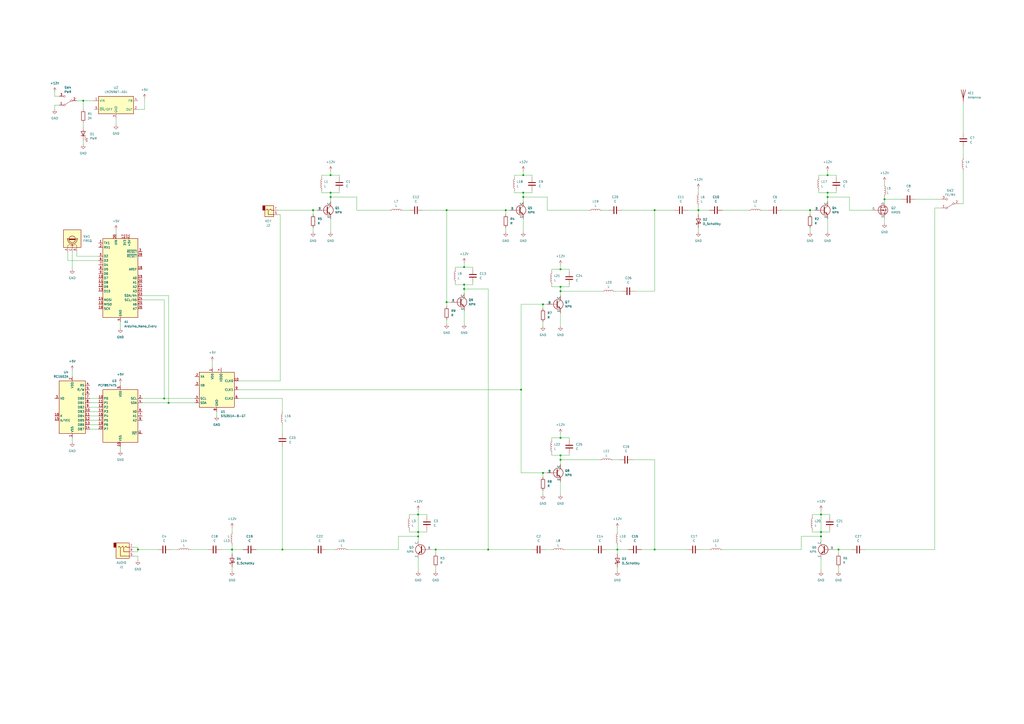
<source format=kicad_sch>
(kicad_sch (version 20230121) (generator eeschema)
  (paper "A2")
  (lib_symbols
    (symbol "Connector_Audio:AudioJack2"
      (property "Reference" "J" (at 0 8.89 0))
      (property "Value" "AudioJack2" (at 0 6.35 0))
      (symbol "AudioJack2_1_1"
        (pin passive line (at 5.08 2.54 180) (length 2.54) (name "~") (number "S"))
        (pin passive line (at 5.08 0 180) (length 2.54) (name "~") (number "T"))
      )
    )
    (symbol "Connector_Audio:AudioJack3"
      (property "Reference" "J" (at 0 8.89 0))
      (property "Value" "AudioJack3" (at 0 6.35 0))
      (symbol "AudioJack3_1_1"
        (pin passive line (at 5.08 0 180) (length 2.54) (name "~") (number "R"))
        (pin passive line (at 5.08 2.54 180) (length 2.54) (name "~") (number "S"))
        (pin passive line (at 5.08 -2.54 180) (length 2.54) (name "~") (number "T"))
      )
    )
    (symbol "Device:Antenna" (pin_numbers hide) (pin_names (offset 1.016) hide)
      (property "Reference" "AE" (at -1.905 1.905 0))
      (property "Value" "Antenna" (at -1.905 0 0))
      (symbol "Antenna_1_1"
        (pin input line (at 0 -5.08 90) (length 2.54) (name "A") (number "1"))
      )
    )
    (symbol "Device:C" (pin_numbers hide) (pin_names (offset 0.254))
      (property "Reference" "C" (at 0.635 2.54 0))
      (property "Value" "C" (at 0.635 -2.54 0))
      (symbol "C_1_1"
        (pin passive line (at 0 3.81 270) (length 2.794) (name "~") (number "1"))
        (pin passive line (at 0 -3.81 90) (length 2.794) (name "~") (number "2"))
      )
    )
    (symbol "Device:D_Schottky" (pin_numbers hide) (pin_names (offset 1.016) hide)
      (property "Reference" "D" (at 0 2.54 0))
      (property "Value" "D_Schottky" (at 0 -2.54 0))
      (symbol "D_Schottky_1_1"
        (pin passive line (at -3.81 0 0) (length 2.54) (name "K") (number "1"))
        (pin passive line (at 3.81 0 180) (length 2.54) (name "A") (number "2"))
      )
    )
    (symbol "Device:L" (pin_numbers hide) (pin_names (offset 1.016) hide)
      (property "Reference" "L" (at -1.27 0 90))
      (property "Value" "L" (at 1.905 0 90))
      (symbol "L_1_1"
        (pin passive line (at 0 3.81 270) (length 1.27) (name "1") (number "1"))
        (pin passive line (at 0 -3.81 90) (length 1.27) (name "2") (number "2"))
      )
    )
    (symbol "Device:LED" (pin_numbers hide) (pin_names (offset 1.016) hide)
      (property "Reference" "D" (at 0 2.54 0))
      (property "Value" "LED" (at 0 -2.54 0))
      (symbol "LED_1_1"
        (pin passive line (at -3.81 0 0) (length 2.54) (name "K") (number "1"))
        (pin passive line (at 3.81 0 180) (length 2.54) (name "A") (number "2"))
      )
    )
    (symbol "Device:R" (pin_numbers hide) (pin_names (offset 0))
      (property "Reference" "R" (at 2.032 0 90))
      (property "Value" "R" (at 0 0 90))
      (symbol "R_1_1"
        (pin passive line (at 0 3.81 270) (length 1.27) (name "~") (number "1"))
        (pin passive line (at 0 -3.81 90) (length 1.27) (name "~") (number "2"))
      )
    )
    (symbol "Device:RotaryEncoder" (pin_names (offset 0.254) hide)
      (property "Reference" "SW" (at 0 6.604 0))
      (property "Value" "RotaryEncoder" (at 0 -6.604 0))
      (symbol "RotaryEncoder_1_1"
        (pin passive line (at -7.62 2.54 0) (length 2.54) (name "A") (number "A"))
        (pin passive line (at -7.62 -2.54 0) (length 2.54) (name "B") (number "B"))
        (pin passive line (at -7.62 0 0) (length 2.54) (name "C") (number "C"))
      )
    )
    (symbol "Display_Character:RC1602A"
      (property "Reference" "U" (at -6.35 16.51 0))
      (property "Value" "RC1602A" (at 2.794 16.51 0))
      (symbol "RC1602A_1_1"
        (pin power_in line (at 0 -17.78 90) (length 2.54) (name "VSS") (number "1"))
        (pin bidirectional line (at -10.16 -2.54 0) (length 2.54) (name "DB3") (number "10"))
        (pin bidirectional line (at -10.16 -5.08 0) (length 2.54) (name "DB4") (number "11"))
        (pin bidirectional line (at -10.16 -7.62 0) (length 2.54) (name "DB5") (number "12"))
        (pin bidirectional line (at -10.16 -10.16 0) (length 2.54) (name "DB6") (number "13"))
        (pin bidirectional line (at -10.16 -12.7 0) (length 2.54) (name "DB7") (number "14"))
        (pin power_in line (at 10.16 -7.62 180) (length 2.54) (name "A/VEE") (number "15"))
        (pin power_in line (at 10.16 -5.08 180) (length 2.54) (name "K") (number "16"))
        (pin power_in line (at 0 17.78 270) (length 2.54) (name "VDD") (number "2"))
        (pin power_in line (at 10.16 5.08 180) (length 2.54) (name "VO") (number "3"))
        (pin input line (at -10.16 12.7 0) (length 2.54) (name "RS") (number "4"))
        (pin input line (at -10.16 10.16 0) (length 2.54) (name "R/W") (number "5"))
        (pin input line (at -10.16 7.62 0) (length 2.54) (name "E") (number "6"))
        (pin bidirectional line (at -10.16 5.08 0) (length 2.54) (name "DB0") (number "7"))
        (pin bidirectional line (at -10.16 2.54 0) (length 2.54) (name "DB1") (number "8"))
        (pin bidirectional line (at -10.16 0 0) (length 2.54) (name "DB2") (number "9"))
      )
    )
    (symbol "Interface_Expansion:PCF8574TS"
      (property "Reference" "U" (at -8.89 16.51 0))
      (property "Value" "PCF8574TS" (at 3.81 16.51 0))
      (symbol "PCF8574TS_1_1"
        (pin open_collector output_low (at -12.7 -10.16 0) (length 2.54) (name "~{INT}") (number "1"))
        (pin bidirectional line (at 12.7 10.16 180) (length 2.54) (name "P0") (number "10"))
        (pin bidirectional line (at 12.7 7.62 180) (length 2.54) (name "P1") (number "11"))
        (pin bidirectional line (at 12.7 5.08 180) (length 2.54) (name "P2") (number "12"))
        (pin no_connect line (at -10.16 -5.08 0) (length 2.54) hide (name "NC") (number "13"))
        (pin bidirectional line (at 12.7 2.54 180) (length 2.54) (name "P3") (number "14"))
        (pin power_in line (at 0 -17.78 90) (length 2.54) (name "VSS") (number "15"))
        (pin bidirectional line (at 12.7 0 180) (length 2.54) (name "P4") (number "16"))
        (pin bidirectional line (at 12.7 -2.54 180) (length 2.54) (name "P5") (number "17"))
        (pin no_connect line (at -10.16 -7.62 0) (length 2.54) hide (name "NC") (number "18"))
        (pin bidirectional line (at 12.7 -5.08 180) (length 2.54) (name "P6") (number "19"))
        (pin input line (at -12.7 10.16 0) (length 2.54) (name "SCL") (number "2"))
        (pin bidirectional line (at 12.7 -7.62 180) (length 2.54) (name "P7") (number "20"))
        (pin no_connect line (at 10.16 -10.16 180) (length 2.54) hide (name "NC") (number "3"))
        (pin bidirectional line (at -12.7 7.62 0) (length 2.54) (name "SDA") (number "4"))
        (pin power_in line (at 0 17.78 270) (length 2.54) (name "VDD") (number "5"))
        (pin input line (at -12.7 2.54 0) (length 2.54) (name "A0") (number "6"))
        (pin input line (at -12.7 0 0) (length 2.54) (name "A1") (number "7"))
        (pin no_connect line (at 10.16 -12.7 180) (length 2.54) hide (name "NC") (number "8"))
        (pin input line (at -12.7 -2.54 0) (length 2.54) (name "A2") (number "9"))
      )
    )
    (symbol "MCU_Module:Arduino_Nano_Every"
      (property "Reference" "A" (at -10.16 23.495 0))
      (property "Value" "Arduino_Nano_Every" (at 5.08 -24.13 0))
      (symbol "Arduino_Nano_Every_1_1"
        (pin bidirectional line (at -12.7 20.32 0) (length 2.54) (name "TX1") (number "1"))
        (pin bidirectional line (at -12.7 0 0) (length 2.54) (name "D7") (number "10"))
        (pin bidirectional line (at -12.7 -2.54 0) (length 2.54) (name "D8") (number "11"))
        (pin bidirectional line (at -12.7 -5.08 0) (length 2.54) (name "D9") (number "12"))
        (pin bidirectional line (at -12.7 -7.62 0) (length 2.54) (name "D10") (number "13"))
        (pin bidirectional line (at -12.7 -12.7 0) (length 2.54) (name "MOSI") (number "14"))
        (pin bidirectional line (at -12.7 -15.24 0) (length 2.54) (name "MISO") (number "15"))
        (pin bidirectional line (at -12.7 -17.78 0) (length 2.54) (name "SCK") (number "16"))
        (pin power_out line (at 2.54 25.4 270) (length 2.54) (name "3V3") (number "17"))
        (pin input line (at 12.7 5.08 180) (length 2.54) (name "AREF") (number "18"))
        (pin bidirectional line (at 12.7 0 180) (length 2.54) (name "A0") (number "19"))
        (pin bidirectional line (at -12.7 17.78 0) (length 2.54) (name "RX1") (number "2"))
        (pin bidirectional line (at 12.7 -2.54 180) (length 2.54) (name "A1") (number "20"))
        (pin bidirectional line (at 12.7 -5.08 180) (length 2.54) (name "A2") (number "21"))
        (pin bidirectional line (at 12.7 -7.62 180) (length 2.54) (name "A3") (number "22"))
        (pin bidirectional line (at 12.7 -10.16 180) (length 2.54) (name "SDA/A4") (number "23"))
        (pin bidirectional line (at 12.7 -12.7 180) (length 2.54) (name "SCL/A5") (number "24"))
        (pin bidirectional line (at 12.7 -15.24 180) (length 2.54) (name "A6") (number "25"))
        (pin bidirectional line (at 12.7 -17.78 180) (length 2.54) (name "A7") (number "26"))
        (pin power_out line (at 5.08 25.4 270) (length 2.54) (name "+5V") (number "27"))
        (pin input line (at 12.7 12.7 180) (length 2.54) (name "~{RESET}") (number "28"))
        (pin passive line (at 0 -25.4 90) (length 2.54) hide (name "GND") (number "29"))
        (pin input line (at 12.7 15.24 180) (length 2.54) (name "~{RESET}") (number "3"))
        (pin power_in line (at -2.54 25.4 270) (length 2.54) (name "VIN") (number "30"))
        (pin power_in line (at 0 -25.4 90) (length 2.54) (name "GND") (number "4"))
        (pin bidirectional line (at -12.7 12.7 0) (length 2.54) (name "D2") (number "5"))
        (pin bidirectional line (at -12.7 10.16 0) (length 2.54) (name "D3") (number "6"))
        (pin bidirectional line (at -12.7 7.62 0) (length 2.54) (name "D4") (number "7"))
        (pin bidirectional line (at -12.7 5.08 0) (length 2.54) (name "D5") (number "8"))
        (pin bidirectional line (at -12.7 2.54 0) (length 2.54) (name "D6") (number "9"))
      )
    )
    (symbol "Oscillator:Si5351A-B-GT"
      (property "Reference" "U" (at -8.89 11.43 0))
      (property "Value" "Si5351A-B-GT" (at -12.7 -12.7 0))
      (symbol "Si5351A-B-GT_1_1"
        (pin power_in line (at -2.54 12.7 270) (length 2.54) (name "VDD") (number "1"))
        (pin output line (at 12.7 5.08 180) (length 2.54) (name "CLK0") (number "10"))
        (pin input line (at -12.7 7.62 0) (length 2.54) (name "XA") (number "2"))
        (pin input line (at -12.7 2.54 0) (length 2.54) (name "XB") (number "3"))
        (pin input line (at -12.7 -5.08 0) (length 2.54) (name "SCL") (number "4"))
        (pin bidirectional line (at -12.7 -7.62 0) (length 2.54) (name "SDA") (number "5"))
        (pin output line (at 12.7 -5.08 180) (length 2.54) (name "CLK2") (number "6"))
        (pin power_in line (at 2.54 12.7 270) (length 2.54) (name "VDDO") (number "7"))
        (pin power_in line (at 0 -12.7 90) (length 2.54) (name "GND") (number "8"))
        (pin output line (at 12.7 0 180) (length 2.54) (name "CLK1") (number "9"))
      )
    )
    (symbol "Regulator_Switching:LM2596T-ADJ"
      (property "Reference" "U" (at -10.16 6.35 0))
      (property "Value" "LM2596T-ADJ" (at 0 6.35 0))
      (symbol "LM2596T-ADJ_1_1"
        (pin power_in line (at -12.7 2.54 0) (length 2.54) (name "VIN") (number "1"))
        (pin output line (at 12.7 -2.54 180) (length 2.54) (name "OUT") (number "2"))
        (pin power_in line (at 0 -7.62 90) (length 2.54) (name "GND") (number "3"))
        (pin input line (at 12.7 2.54 180) (length 2.54) (name "FB") (number "4"))
        (pin input line (at -12.7 -2.54 0) (length 2.54) (name "~{ON}/OFF") (number "5"))
      )
    )
    (symbol "Simulation_SPICE:NMOS" (pin_numbers hide) (pin_names (offset 0))
      (property "Reference" "Q" (at 5.08 1.27 0))
      (property "Value" "NMOS" (at 5.08 -1.27 0))
      (symbol "NMOS_1_1"
        (pin passive line (at 2.54 5.08 270) (length 2.54) (name "D") (number "1"))
        (pin input line (at -5.08 0 0) (length 2.54) (name "G") (number "2"))
        (pin passive line (at 2.54 -5.08 90) (length 2.54) (name "S") (number "3"))
      )
    )
    (symbol "Simulation_SPICE:NPN" (pin_numbers hide) (pin_names (offset 0))
      (property "Reference" "Q" (at -2.54 7.62 0))
      (property "Value" "NPN" (at -2.54 5.08 0))
      (symbol "NPN_1_1"
        (pin open_collector line (at 2.54 5.08 270) (length 2.54) (name "C") (number "1"))
        (pin input line (at -5.08 0 0) (length 2.54) (name "B") (number "2"))
        (pin open_emitter line (at 2.54 -5.08 90) (length 2.54) (name "E") (number "3"))
      )
    )
    (symbol "Switch:SW_SPDT" (pin_names (offset 0) hide)
      (property "Reference" "SW" (at 0 4.318 0))
      (property "Value" "SW_SPDT" (at 0 -5.08 0))
      (symbol "SW_SPDT_1_1"
        (pin passive line (at 5.08 2.54 180) (length 2.54) (name "A") (number "1"))
        (pin passive line (at -5.08 0 0) (length 2.54) (name "B") (number "2"))
        (pin passive line (at 5.08 -2.54 180) (length 2.54) (name "C") (number "3"))
      )
    )
    (symbol "power:+12V" (power) (pin_names (offset 0))
      (property "Value" "+12V" (at 0 3.556 0))
      (symbol "+12V_1_1"
        (pin power_in line (at 0 0 90) (length 0) hide (name "+12V") (number "1"))
      )
    )
    (symbol "power:+5V" (power) (pin_names (offset 0))
      (property "Value" "+5V" (at 0 3.556 0))
      (symbol "+5V_1_1"
        (pin power_in line (at 0 0 90) (length 0) hide (name "+5V") (number "1"))
      )
    )
    (symbol "power:GND" (power) (pin_names (offset 0))
      (property "Value" "GND" (at 0 -3.81 0))
      (symbol "GND_1_1"
        (pin power_in line (at 0 0 270) (length 0) hide (name "GND") (number "1"))
      )
    )
  )
  (junction (at 283.21 318.77))
  (junction (at 480.06 101.6))
  (junction (at 191.77 114.3))
  (junction (at 325.12 168.91))
  (junction (at 405.13 121.92))
  (junction (at 325.12 166.37))
  (junction (at 358.14 318.77))
  (junction (at 303.53 111.76))
  (junction (at 379.73 318.77))
  (junction (at 134.62 318.77))
  (junction (at 269.24 154.94))
  (junction (at 252.73 318.77))
  (junction (at 513.08 115.57))
  (junction (at 181.61 121.92))
  (junction (at 163.83 318.77))
  (junction (at 314.96 274.32))
  (junction (at 379.73 121.92))
  (junction (at 191.77 101.6))
  (junction (at 480.06 111.76))
  (junction (at 242.57 298.45))
  (junction (at 325.12 264.16))
  (junction (at 480.06 114.3))
  (junction (at 293.37 121.92))
  (junction (at 242.57 308.61))
  (junction (at 269.24 167.64))
  (junction (at 476.25 311.15))
  (junction (at 80.01 318.77))
  (junction (at 486.41 318.77))
  (junction (at 242.57 311.15))
  (junction (at 259.08 175.26))
  (junction (at 95.25 231.14))
  (junction (at 302.26 226.06))
  (junction (at 259.08 121.92))
  (junction (at 269.24 165.1))
  (junction (at 325.12 254))
  (junction (at 303.53 114.3))
  (junction (at 325.12 156.21))
  (junction (at 314.96 176.53))
  (junction (at 325.12 266.7))
  (junction (at 476.25 308.61))
  (junction (at 97.79 233.68))
  (junction (at 469.9 121.92))
  (junction (at 191.77 111.76))
  (junction (at 303.53 101.6))
  (junction (at 476.25 298.45))
  (junction (at 48.26 58.42))
  (wire (pts (xy 316.23 318.77) (xy 320.04 318.77)))
  (wire (pts (xy 161.29 121.92) (xy 181.61 121.92)))
  (wire (pts (xy 41.91 156.21) (xy 41.91 146.05)))
  (wire (pts (xy 308.61 101.6) (xy 303.53 101.6)))
  (wire (pts (xy 163.83 259.08) (xy 163.83 318.77)))
  (wire (pts (xy 356.87 168.91) (xy 360.68 168.91)))
  (wire (pts (xy 186.69 110.49) (xy 186.69 111.76)))
  (wire (pts (xy 494.03 318.77) (xy 486.41 318.77)))
  (wire (pts (xy 483.87 318.77) (xy 486.41 318.77)))
  (wire (pts (xy 358.14 321.31) (xy 358.14 318.77)))
  (wire (pts (xy 314.96 176.53) (xy 317.5 176.53)))
  (wire (pts (xy 405.13 124.46) (xy 405.13 121.92)))
  (wire (pts (xy 162.56 124.46) (xy 161.29 124.46)))
  (wire (pts (xy 186.69 101.6) (xy 186.69 102.87)))
  (wire (pts (xy 405.13 109.22) (xy 405.13 111.76)))
  (wire (pts (xy 80.01 317.5) (xy 80.01 318.77)))
  (wire (pts (xy 298.45 111.76) (xy 303.53 111.76)))
  (wire (pts (xy 314.96 276.86) (xy 314.96 274.32)))
  (wire (pts (xy 485.14 101.6) (xy 480.06 101.6)))
  (wire (pts (xy 231.14 318.77) (xy 201.93 318.77)))
  (wire (pts (xy 69.85 190.5) (xy 69.85 186.69)))
  (wire (pts (xy 542.29 120.65) (xy 546.1 120.65)))
  (wire (pts (xy 320.04 254) (xy 320.04 255.27)))
  (wire (pts (xy 44.45 58.42) (xy 48.26 58.42)))
  (wire (pts (xy 41.91 256.54) (xy 41.91 254)))
  (wire (pts (xy 259.08 187.96) (xy 259.08 185.42)))
  (wire (pts (xy 252.73 321.31) (xy 252.73 318.77)))
  (wire (pts (xy 242.57 308.61) (xy 242.57 298.45)))
  (wire (pts (xy 189.23 318.77) (xy 194.31 318.77)))
  (wire (pts (xy 259.08 175.26) (xy 261.62 175.26)))
  (wire (pts (xy 492.76 114.3) (xy 480.06 114.3)))
  (wire (pts (xy 419.1 121.92) (xy 434.34 121.92)))
  (wire (pts (xy 476.25 308.61) (xy 476.25 298.45)))
  (wire (pts (xy 476.25 311.15) (xy 476.25 313.69)))
  (wire (pts (xy 481.33 307.34) (xy 481.33 308.61)))
  (wire (pts (xy 471.17 298.45) (xy 476.25 298.45)))
  (wire (pts (xy 303.53 114.3) (xy 317.5 114.3)))
  (wire (pts (xy 242.57 311.15) (xy 242.57 313.69)))
  (wire (pts (xy 283.21 167.64) (xy 283.21 318.77)))
  (wire (pts (xy 325.12 254) (xy 325.12 251.46)))
  (wire (pts (xy 358.14 306.07) (xy 358.14 308.61)))
  (wire (pts (xy 162.56 220.98) (xy 138.43 220.98)))
  (wire (pts (xy 302.26 176.53) (xy 302.26 226.06)))
  (wire (pts (xy 469.9 121.92) (xy 472.44 121.92)))
  (wire (pts (xy 138.43 226.06) (xy 302.26 226.06)))
  (wire (pts (xy 471.17 298.45) (xy 471.17 299.72)))
  (wire (pts (xy 31.75 53.34) (xy 31.75 55.88)))
  (wire (pts (xy 358.14 318.77) (xy 358.14 316.23)))
  (wire (pts (xy 259.08 121.92) (xy 293.37 121.92)))
  (wire (pts (xy 247.65 298.45) (xy 242.57 298.45)))
  (wire (pts (xy 274.32 154.94) (xy 269.24 154.94)))
  (wire (pts (xy 303.53 114.3) (xy 303.53 116.84)))
  (wire (pts (xy 134.62 318.77) (xy 134.62 316.23)))
  (wire (pts (xy 513.08 115.57) (xy 513.08 116.84)))
  (wire (pts (xy 464.82 311.15) (xy 464.82 318.77)))
  (wire (pts (xy 360.68 121.92) (xy 379.73 121.92)))
  (wire (pts (xy 242.57 311.15) (xy 242.57 308.61)))
  (wire (pts (xy 80.01 318.77) (xy 91.44 318.77)))
  (wire (pts (xy 67.31 72.39) (xy 67.31 68.58)))
  (wire (pts (xy 52.07 246.38) (xy 57.15 246.38)))
  (wire (pts (xy 325.12 156.21) (xy 325.12 153.67)))
  (wire (pts (xy 247.65 299.72) (xy 247.65 298.45)))
  (wire (pts (xy 125.73 241.3) (xy 125.73 238.76)))
  (wire (pts (xy 52.07 238.76) (xy 57.15 238.76)))
  (wire (pts (xy 558.8 59.69) (xy 558.8 77.47)))
  (wire (pts (xy 505.46 121.92) (xy 492.76 121.92)))
  (wire (pts (xy 325.12 264.16) (xy 330.2 264.16)))
  (wire (pts (xy 314.96 179.07) (xy 314.96 176.53)))
  (wire (pts (xy 302.26 274.32) (xy 302.26 226.06)))
  (wire (pts (xy 406.4 318.77) (xy 411.48 318.77)))
  (wire (pts (xy 52.07 231.14) (xy 57.15 231.14)))
  (wire (pts (xy 325.12 166.37) (xy 330.2 166.37)))
  (wire (pts (xy 325.12 168.91) (xy 325.12 171.45)))
  (wire (pts (xy 349.25 121.92) (xy 353.06 121.92)))
  (wire (pts (xy 80.01 317.5) (xy 77.47 317.5)))
  (wire (pts (xy 245.11 121.92) (xy 259.08 121.92)))
  (wire (pts (xy 134.62 331.47) (xy 134.62 328.93)))
  (wire (pts (xy 513.08 129.54) (xy 513.08 127)))
  (wire (pts (xy 233.68 121.92) (xy 237.49 121.92)))
  (wire (pts (xy 558.8 85.09) (xy 558.8 91.44)))
  (wire (pts (xy 513.08 115.57) (xy 523.24 115.57)))
  (wire (pts (xy 364.49 318.77) (xy 358.14 318.77)))
  (wire (pts (xy 82.55 171.45) (xy 97.79 171.45)))
  (wire (pts (xy 44.45 148.59) (xy 44.45 146.05)))
  (wire (pts (xy 242.57 331.47) (xy 242.57 323.85)))
  (wire (pts (xy 264.16 154.94) (xy 264.16 156.21)))
  (wire (pts (xy 469.9 134.62) (xy 469.9 132.08)))
  (wire (pts (xy 330.2 157.48) (xy 330.2 156.21)))
  (wire (pts (xy 542.29 318.77) (xy 501.65 318.77)))
  (wire (pts (xy 480.06 134.62) (xy 480.06 127)))
  (wire (pts (xy 453.39 121.92) (xy 469.9 121.92)))
  (wire (pts (xy 259.08 121.92) (xy 259.08 175.26)))
  (wire (pts (xy 186.69 101.6) (xy 191.77 101.6)))
  (wire (pts (xy 405.13 134.62) (xy 405.13 132.08)))
  (wire (pts (xy 283.21 318.77) (xy 308.61 318.77)))
  (wire (pts (xy 485.14 102.87) (xy 485.14 101.6)))
  (wire (pts (xy 48.26 81.28) (xy 48.26 83.82)))
  (wire (pts (xy 492.76 121.92) (xy 492.76 114.3)))
  (wire (pts (xy 80.01 322.58) (xy 80.01 325.12)))
  (wire (pts (xy 481.33 299.72) (xy 481.33 298.45)))
  (wire (pts (xy 330.2 262.89) (xy 330.2 264.16)))
  (wire (pts (xy 320.04 264.16) (xy 325.12 264.16)))
  (wire (pts (xy 405.13 121.92) (xy 405.13 119.38)))
  (wire (pts (xy 330.2 255.27) (xy 330.2 254)))
  (wire (pts (xy 486.41 331.47) (xy 486.41 328.93)))
  (wire (pts (xy 320.04 166.37) (xy 325.12 166.37)))
  (wire (pts (xy 476.25 298.45) (xy 476.25 295.91)))
  (wire (pts (xy 298.45 101.6) (xy 303.53 101.6)))
  (wire (pts (xy 303.53 111.76) (xy 303.53 114.3)))
  (wire (pts (xy 325.12 189.23) (xy 325.12 181.61)))
  (wire (pts (xy 556.26 118.11) (xy 558.8 118.11)))
  (wire (pts (xy 302.26 274.32) (xy 314.96 274.32)))
  (wire (pts (xy 269.24 165.1) (xy 274.32 165.1)))
  (wire (pts (xy 264.16 154.94) (xy 269.24 154.94)))
  (wire (pts (xy 269.24 154.94) (xy 269.24 152.4)))
  (wire (pts (xy 480.06 111.76) (xy 485.14 111.76)))
  (wire (pts (xy 69.85 261.62) (xy 69.85 259.08)))
  (wire (pts (xy 320.04 156.21) (xy 325.12 156.21)))
  (wire (pts (xy 471.17 308.61) (xy 476.25 308.61)))
  (wire (pts (xy 48.26 63.5) (xy 48.26 58.42)))
  (wire (pts (xy 542.29 120.65) (xy 542.29 318.77)))
  (wire (pts (xy 196.85 101.6) (xy 191.77 101.6)))
  (wire (pts (xy 52.07 241.3) (xy 57.15 241.3)))
  (wire (pts (xy 441.96 121.92) (xy 445.77 121.92)))
  (wire (pts (xy 480.06 101.6) (xy 480.06 99.06)))
  (wire (pts (xy 237.49 307.34) (xy 237.49 308.61)))
  (wire (pts (xy 264.16 163.83) (xy 264.16 165.1)))
  (wire (pts (xy 252.73 331.47) (xy 252.73 328.93)))
  (wire (pts (xy 372.11 318.77) (xy 379.73 318.77)))
  (wire (pts (xy 513.08 114.3) (xy 513.08 115.57)))
  (wire (pts (xy 138.43 231.14) (xy 163.83 231.14)))
  (wire (pts (xy 48.26 58.42) (xy 54.61 58.42)))
  (wire (pts (xy 308.61 110.49) (xy 308.61 111.76)))
  (wire (pts (xy 113.03 231.14) (xy 95.25 231.14)))
  (wire (pts (xy 474.98 101.6) (xy 480.06 101.6)))
  (wire (pts (xy 39.37 151.13) (xy 57.15 151.13)))
  (wire (pts (xy 163.83 318.77) (xy 181.61 318.77)))
  (wire (pts (xy 320.04 254) (xy 325.12 254)))
  (wire (pts (xy 314.96 189.23) (xy 314.96 186.69)))
  (wire (pts (xy 186.69 111.76) (xy 191.77 111.76)))
  (wire (pts (xy 317.5 114.3) (xy 317.5 121.92)))
  (wire (pts (xy 325.12 287.02) (xy 325.12 279.4)))
  (wire (pts (xy 298.45 110.49) (xy 298.45 111.76)))
  (wire (pts (xy 97.79 171.45) (xy 97.79 233.68)))
  (wire (pts (xy 314.96 287.02) (xy 314.96 284.48)))
  (wire (pts (xy 231.14 311.15) (xy 242.57 311.15)))
  (wire (pts (xy 97.79 233.68) (xy 113.03 233.68)))
  (wire (pts (xy 52.07 233.68) (xy 57.15 233.68)))
  (wire (pts (xy 269.24 165.1) (xy 269.24 167.64)))
  (wire (pts (xy 191.77 114.3) (xy 191.77 116.84)))
  (wire (pts (xy 469.9 124.46) (xy 469.9 121.92)))
  (wire (pts (xy 31.75 60.96) (xy 34.29 60.96)))
  (wire (pts (xy 325.12 264.16) (xy 325.12 266.7)))
  (wire (pts (xy 274.32 163.83) (xy 274.32 165.1)))
  (wire (pts (xy 293.37 121.92) (xy 295.91 121.92)))
  (wire (pts (xy 191.77 101.6) (xy 191.77 99.06)))
  (wire (pts (xy 39.37 151.13) (xy 39.37 146.05)))
  (wire (pts (xy 379.73 121.92) (xy 379.73 168.91)))
  (wire (pts (xy 163.83 231.14) (xy 163.83 238.76)))
  (wire (pts (xy 325.12 166.37) (xy 325.12 168.91)))
  (wire (pts (xy 52.07 243.84) (xy 57.15 243.84)))
  (wire (pts (xy 162.56 124.46) (xy 162.56 220.98)))
  (wire (pts (xy 471.17 307.34) (xy 471.17 308.61)))
  (wire (pts (xy 330.2 165.1) (xy 330.2 166.37)))
  (wire (pts (xy 320.04 156.21) (xy 320.04 157.48)))
  (wire (pts (xy 52.07 236.22) (xy 57.15 236.22)))
  (wire (pts (xy 480.06 114.3) (xy 480.06 116.84)))
  (wire (pts (xy 269.24 167.64) (xy 269.24 170.18)))
  (wire (pts (xy 231.14 311.15) (xy 231.14 318.77)))
  (wire (pts (xy 237.49 298.45) (xy 237.49 299.72)))
  (wire (pts (xy 196.85 110.49) (xy 196.85 111.76)))
  (wire (pts (xy 325.12 266.7) (xy 347.98 266.7)))
  (wire (pts (xy 97.79 233.68) (xy 82.55 233.68)))
  (wire (pts (xy 513.08 105.41) (xy 513.08 106.68)))
  (wire (pts (xy 269.24 187.96) (xy 269.24 180.34)))
  (wire (pts (xy 80.01 63.5) (xy 83.82 63.5)))
  (wire (pts (xy 419.1 318.77) (xy 464.82 318.77)))
  (wire (pts (xy 207.01 121.92) (xy 226.06 121.92)))
  (wire (pts (xy 67.31 133.35) (xy 67.31 135.89)))
  (wire (pts (xy 368.3 168.91) (xy 379.73 168.91)))
  (wire (pts (xy 237.49 298.45) (xy 242.57 298.45)))
  (wire (pts (xy 191.77 111.76) (xy 191.77 114.3)))
  (wire (pts (xy 181.61 134.62) (xy 181.61 132.08)))
  (wire (pts (xy 480.06 111.76) (xy 480.06 114.3)))
  (wire (pts (xy 481.33 298.45) (xy 476.25 298.45)))
  (wire (pts (xy 181.61 124.46) (xy 181.61 121.92)))
  (wire (pts (xy 48.26 73.66) (xy 48.26 71.12)))
  (wire (pts (xy 259.08 177.8) (xy 259.08 175.26)))
  (wire (pts (xy 293.37 134.62) (xy 293.37 132.08)))
  (wire (pts (xy 379.73 121.92) (xy 391.16 121.92)))
  (wire (pts (xy 411.48 121.92) (xy 405.13 121.92)))
  (wire (pts (xy 41.91 214.63) (xy 41.91 218.44)))
  (wire (pts (xy 95.25 173.99) (xy 82.55 173.99)))
  (wire (pts (xy 486.41 321.31) (xy 486.41 318.77)))
  (wire (pts (xy 134.62 321.31) (xy 134.62 318.77)))
  (wire (pts (xy 69.85 222.25) (xy 69.85 223.52)))
  (wire (pts (xy 476.25 331.47) (xy 476.25 323.85)))
  (wire (pts (xy 264.16 165.1) (xy 269.24 165.1)))
  (wire (pts (xy 476.25 311.15) (xy 476.25 308.61)))
  (wire (pts (xy 82.55 231.14) (xy 95.25 231.14)))
  (wire (pts (xy 314.96 176.53) (xy 302.26 176.53)))
  (wire (pts (xy 330.2 254) (xy 325.12 254)))
  (wire (pts (xy 398.78 121.92) (xy 405.13 121.92)))
  (wire (pts (xy 320.04 165.1) (xy 320.04 166.37)))
  (wire (pts (xy 207.01 114.3) (xy 207.01 121.92)))
  (wire (pts (xy 317.5 121.92) (xy 341.63 121.92)))
  (wire (pts (xy 52.07 248.92) (xy 57.15 248.92)))
  (wire (pts (xy 327.66 318.77) (xy 344.17 318.77)))
  (wire (pts (xy 464.82 311.15) (xy 476.25 311.15)))
  (wire (pts (xy 31.75 63.5) (xy 31.75 60.96)))
  (wire (pts (xy 242.57 298.45) (xy 242.57 295.91)))
  (wire (pts (xy 250.19 318.77) (xy 252.73 318.77)))
  (wire (pts (xy 99.06 318.77) (xy 102.87 318.77)))
  (wire (pts (xy 351.79 318.77) (xy 358.14 318.77)))
  (wire (pts (xy 325.12 266.7) (xy 325.12 269.24)))
  (wire (pts (xy 379.73 266.7) (xy 379.73 318.77)))
  (wire (pts (xy 237.49 308.61) (xy 242.57 308.61)))
  (wire (pts (xy 77.47 320.04) (xy 80.01 320.04)))
  (wire (pts (xy 191.77 114.3) (xy 207.01 114.3)))
  (wire (pts (xy 95.25 173.99) (xy 95.25 231.14)))
  (wire (pts (xy 325.12 168.91) (xy 349.25 168.91)))
  (wire (pts (xy 485.14 110.49) (xy 485.14 111.76)))
  (wire (pts (xy 44.45 148.59) (xy 57.15 148.59)))
  (wire (pts (xy 379.73 318.77) (xy 398.78 318.77)))
  (wire (pts (xy 110.49 318.77) (xy 120.65 318.77)))
  (wire (pts (xy 80.01 322.58) (xy 77.47 322.58)))
  (wire (pts (xy 303.53 134.62) (xy 303.53 127)))
  (wire (pts (xy 303.53 111.76) (xy 308.61 111.76)))
  (wire (pts (xy 191.77 134.62) (xy 191.77 127)))
  (wire (pts (xy 330.2 156.21) (xy 325.12 156.21)))
  (wire (pts (xy 303.53 101.6) (xy 303.53 99.06)))
  (wire (pts (xy 148.59 318.77) (xy 163.83 318.77)))
  (wire (pts (xy 163.83 246.38) (xy 163.83 251.46)))
  (wire (pts (xy 355.6 266.7) (xy 359.41 266.7)))
  (wire (pts (xy 242.57 308.61) (xy 247.65 308.61)))
  (wire (pts (xy 247.65 307.34) (xy 247.65 308.61)))
  (wire (pts (xy 252.73 318.77) (xy 283.21 318.77)))
  (wire (pts (xy 140.97 318.77) (xy 134.62 318.77)))
  (wire (pts (xy 474.98 101.6) (xy 474.98 102.87)))
  (wire (pts (xy 308.61 102.87) (xy 308.61 101.6)))
  (wire (pts (xy 474.98 110.49) (xy 474.98 111.76)))
  (wire (pts (xy 196.85 102.87) (xy 196.85 101.6)))
  (wire (pts (xy 191.77 111.76) (xy 196.85 111.76)))
  (wire (pts (xy 128.27 318.77) (xy 134.62 318.77)))
  (wire (pts (xy 181.61 121.92) (xy 184.15 121.92)))
  (wire (pts (xy 83.82 63.5) (xy 83.82 57.15)))
  (wire (pts (xy 314.96 274.32) (xy 317.5 274.32)))
  (wire (pts (xy 269.24 167.64) (xy 283.21 167.64)))
  (wire (pts (xy 293.37 124.46) (xy 293.37 121.92)))
  (wire (pts (xy 367.03 266.7) (xy 379.73 266.7)))
  (wire (pts (xy 298.45 101.6) (xy 298.45 102.87)))
  (wire (pts (xy 530.86 115.57) (xy 546.1 115.57)))
  (wire (pts (xy 320.04 262.89) (xy 320.04 264.16)))
  (wire (pts (xy 123.19 209.55) (xy 123.19 213.36)))
  (wire (pts (xy 476.25 308.61) (xy 481.33 308.61)))
  (wire (pts (xy 558.8 118.11) (xy 558.8 99.06)))
  (wire (pts (xy 31.75 55.88) (xy 34.29 55.88)))
  (wire (pts (xy 80.01 320.04) (xy 80.01 318.77)))
  (wire (pts (xy 358.14 331.47) (xy 358.14 328.93)))
  (wire (pts (xy 474.98 111.76) (xy 480.06 111.76)))
  (wire (pts (xy 134.62 306.07) (xy 134.62 308.61)))
  (wire (pts (xy 274.32 156.21) (xy 274.32 154.94)))
  (symbol (lib_id "Device:L") (at 405.13 115.57 180) (unit 1)
    (property "Reference" "L6" (at 406.4 114.3 0) (effects (justify right)))
    (property "Value" "L" (at 406.4 116.84 0) (effects (justify right)))
  )
  (symbol (lib_id "Device:L") (at 229.87 121.92 90) (unit 1)
    (property "Reference" "L7" (at 229.87 116.84 90))
    (property "Value" "L" (at 229.87 119.38 90))
  )
  (symbol (lib_id "Device:C") (at 356.87 121.92 90) (unit 1)
    (property "Reference" "C20" (at 356.87 114.3 90))
    (property "Value" "C" (at 356.87 116.84 90))
  )
  (symbol (lib_id "power:GND") (at 41.91 156.21 0) (unit 1)
    (property "Reference" "#PWR012" (effects hide))
    (property "Value" "GND" (at 41.91 161.29 0))
  )
  (symbol (lib_id "Device:C") (at 497.84 318.77 90) (unit 1)
    (property "Reference" "C27" (at 497.84 311.15 90))
    (property "Value" "C" (at 497.84 313.69 90))
  )
  (symbol (lib_id "Simulation_SPICE:NPN") (at 189.23 121.92 0) (unit 1)
    (property "Reference" "Q1" (at 194.31 120.65 0) (effects (justify left)))
    (property "Value" "NPN" (at 194.31 123.19 0) (effects (justify left)))
    (property "Sim.Device" "NPN" (effects hide))
    (property "Sim.Type" "GUMMELPOON" (effects hide))
    (property "Sim.Pins" "1=C 2=B 3=E" (effects hide))
  )
  (symbol (lib_id "Device:R") (at 293.37 128.27 0) (unit 1)
    (property "Reference" "R4" (at 295.91 127 0) (effects (justify left)))
    (property "Value" "R" (at 295.91 129.54 0) (effects (justify left)))
  )
  (symbol (lib_id "Device:C") (at 363.22 266.7 270) (unit 1)
    (property "Reference" "C16" (at 363.22 259.08 90))
    (property "Value" "C" (at 363.22 261.62 90))
  )
  (symbol (lib_id "Device:R") (at 252.73 325.12 0) (unit 1)
    (property "Reference" "R3" (at 255.27 323.85 0) (effects (justify left)))
    (property "Value" "R" (at 255.27 326.39 0) (effects (justify left)))
  )
  (symbol (lib_id "power:GND") (at 486.41 331.47 0) (unit 1)
    (property "Reference" "#PWR038" (effects hide))
    (property "Value" "GND" (at 486.41 336.55 0))
  )
  (symbol (lib_id "power:GND") (at 259.08 187.96 0) (unit 1)
    (property "Reference" "#PWR045" (effects hide))
    (property "Value" "GND" (at 259.08 193.04 0))
  )
  (symbol (lib_id "power:+5V") (at 67.31 133.35 0) (unit 1)
    (property "Reference" "#PWR07" (effects hide))
    (property "Value" "+5V" (at 67.31 128.27 0))
  )
  (symbol (lib_id "power:GND") (at 134.62 331.47 0) (unit 1)
    (property "Reference" "#PWR035" (effects hide))
    (property "Value" "GND" (at 134.62 336.55 0))
  )
  (symbol (lib_id "Device:C") (at 247.65 303.53 0) (unit 1)
    (property "Reference" "C3" (at 251.46 302.26 0) (effects (justify left)))
    (property "Value" "C" (at 251.46 304.8 0) (effects (justify left)))
  )
  (symbol (lib_id "Device:L") (at 323.85 318.77 90) (unit 1)
    (property "Reference" "L8" (at 323.85 313.69 90))
    (property "Value" "L" (at 323.85 316.23 90))
  )
  (symbol (lib_id "power:+12V") (at 405.13 109.22 0) (unit 1)
    (property "Reference" "#PWR030" (effects hide))
    (property "Value" "+12V" (at 405.13 104.14 0))
  )
  (symbol (lib_id "Device:L") (at 186.69 106.68 180) (unit 1)
    (property "Reference" "L1" (at 187.96 105.41 0) (effects (justify right)))
    (property "Value" "L" (at 187.96 107.95 0) (effects (justify right)))
  )
  (symbol (lib_id "Device:RotaryEncoder") (at 41.91 138.43 90) (unit 1)
    (property "Reference" "SW1" (at 48.26 137.16 90) (effects (justify right)))
    (property "Value" "FREQ" (at 48.26 139.7 90) (effects (justify right)))
  )
  (symbol (lib_id "Simulation_SPICE:NPN") (at 245.11 318.77 0) (mirror y) (unit 1)
    (property "Reference" "Q3" (at 240.03 317.5 0) (effects (justify left)))
    (property "Value" "NPN" (at 240.03 320.04 0) (effects (justify left)))
    (property "Sim.Device" "NPN" (effects hide))
    (property "Sim.Type" "GUMMELPOON" (effects hide))
    (property "Sim.Pins" "1=C 2=B 3=E" (effects hide))
  )
  (symbol (lib_id "Device:L") (at 264.16 160.02 180) (unit 1)
    (property "Reference" "L9" (at 265.43 158.75 0) (effects (justify right)))
    (property "Value" "L" (at 265.43 161.29 0) (effects (justify right)))
  )
  (symbol (lib_id "Regulator_Switching:LM2596T-ADJ") (at 67.31 60.96 0) (unit 1)
    (property "Reference" "U2" (at 67.31 50.8 0))
    (property "Value" "LM2596T-ADJ" (at 67.31 53.34 0))
    (property "Footprint" "Package_TO_SOT_THT:TO-220-5_P3.4x3.7mm_StaggerOdd_Lead3.8mm_Vertical" (effects hide))
    (property "Datasheet" "http://www.ti.com/lit/ds/symlink/lm2596.pdf" (effects hide))
  )
  (symbol (lib_id "Device:C") (at 241.3 121.92 90) (unit 1)
    (property "Reference" "C12" (at 241.3 114.3 90))
    (property "Value" "C" (at 241.3 116.84 90))
  )
  (symbol (lib_id "power:GND") (at 191.77 134.62 0) (unit 1)
    (property "Reference" "#PWR016" (effects hide))
    (property "Value" "GND" (at 191.77 139.7 0))
  )
  (symbol (lib_id "Device:C") (at 144.78 318.77 90) (unit 1)
    (property "Reference" "C19" (at 144.78 311.15 90))
    (property "Value" "C" (at 144.78 313.69 90))
  )
  (symbol (lib_id "Device:C") (at 163.83 255.27 180) (unit 1)
    (property "Reference" "C23" (at 167.64 254 0) (effects (justify right)))
    (property "Value" "C" (at 167.64 256.54 0) (effects (justify right)))
  )
  (symbol (lib_id "power:GND") (at 252.73 331.47 0) (unit 1)
    (property "Reference" "#PWR022" (effects hide))
    (property "Value" "GND" (at 252.73 336.55 0))
  )
  (symbol (lib_id "power:+5V") (at 123.19 209.55 0) (unit 1)
    (property "Reference" "#PWR06" (effects hide))
    (property "Value" "+5V" (at 123.19 204.47 0))
  )
  (symbol (lib_id "Device:LED") (at 48.26 77.47 90) (unit 1)
    (property "Reference" "D1" (at 52.07 77.7875 90) (effects (justify right)))
    (property "Value" "PWR" (at 52.07 80.3275 90) (effects (justify right)))
  )
  (symbol (lib_id "Device:L") (at 353.06 168.91 90) (unit 1)
    (property "Reference" "L23" (at 353.06 163.83 90))
    (property "Value" "L" (at 353.06 166.37 90))
  )
  (symbol (lib_id "Device:D_Schottky") (at 358.14 325.12 90) (unit 1)
    (property "Reference" "D3" (at 360.68 324.1675 90) (effects (justify right)))
    (property "Value" "D_Schottky" (at 360.68 326.7075 90) (effects (justify right)))
  )
  (symbol (lib_id "power:GND") (at 314.96 189.23 0) (unit 1)
    (property "Reference" "#PWR039" (effects hide))
    (property "Value" "GND" (at 314.96 194.31 0))
  )
  (symbol (lib_id "power:GND") (at 405.13 134.62 0) (unit 1)
    (property "Reference" "#PWR031" (effects hide))
    (property "Value" "GND" (at 405.13 139.7 0))
  )
  (symbol (lib_id "power:+12V") (at 31.75 53.34 0) (unit 1)
    (property "Reference" "#PWR03" (effects hide))
    (property "Value" "+12V" (at 31.75 48.26 0))
  )
  (symbol (lib_id "Device:R") (at 486.41 325.12 0) (unit 1)
    (property "Reference" "R6" (at 488.95 323.85 0) (effects (justify left)))
    (property "Value" "R" (at 488.95 326.39 0) (effects (justify left)))
  )
  (symbol (lib_id "Device:R") (at 48.26 67.31 180) (unit 1)
    (property "Reference" "R1" (at 50.8 66.04 0) (effects (justify right)))
    (property "Value" "2K" (at 50.8 68.58 0) (effects (justify right)))
  )
  (symbol (lib_id "power:GND") (at 314.96 287.02 0) (unit 1)
    (property "Reference" "#PWR042" (effects hide))
    (property "Value" "GND" (at 314.96 292.1 0))
  )
  (symbol (lib_id "power:GND") (at 67.31 72.39 0) (unit 1)
    (property "Reference" "#PWR04" (effects hide))
    (property "Value" "GND" (at 67.31 77.47 0))
  )
  (symbol (lib_id "power:+5V") (at 41.91 214.63 0) (mirror y) (unit 1)
    (property "Reference" "#PWR011" (effects hide))
    (property "Value" "+5V" (at 41.91 209.55 0))
  )
  (symbol (lib_id "Device:D_Schottky") (at 134.62 325.12 90) (unit 1)
    (property "Reference" "D4" (at 137.16 324.1675 90) (effects (justify right)))
    (property "Value" "D_Schottky" (at 137.16 326.7075 90) (effects (justify right)))
  )
  (symbol (lib_id "power:GND") (at 303.53 134.62 0) (unit 1)
    (property "Reference" "#PWR027" (effects hide))
    (property "Value" "GND" (at 303.53 139.7 0))
  )
  (symbol (lib_id "Connector_Audio:AudioJack2") (at 156.21 121.92 0) (mirror x) (unit 1)
    (property "Reference" "J2" (at 155.575 130.81 0))
    (property "Value" "KEY" (at 155.575 128.27 0))
  )
  (symbol (lib_id "Device:C") (at 95.25 318.77 90) (unit 1)
    (property "Reference" "C4" (at 95.25 311.15 90))
    (property "Value" "C" (at 95.25 313.69 90))
  )
  (symbol (lib_id "power:+5V") (at 83.82 57.15 0) (unit 1)
    (property "Reference" "#PWR05" (effects hide))
    (property "Value" "+5V" (at 83.82 52.07 0))
  )
  (symbol (lib_id "Device:L") (at 513.08 110.49 0) (unit 1)
    (property "Reference" "L5" (at 514.35 109.22 0) (effects (justify left)))
    (property "Value" "L" (at 514.35 111.76 0) (effects (justify left)))
  )
  (symbol (lib_id "Oscillator:Si5351A-B-GT") (at 125.73 226.06 0) (unit 1)
    (property "Reference" "U1" (at 127.9241 238.76 0) (effects (justify left)))
    (property "Value" "Si5351A-B-GT" (at 127.9241 241.3 0) (effects (justify left)))
    (property "Footprint" "Package_SO:MSOP-10_3x3mm_P0.5mm" (effects hide))
    (property "Datasheet" "https://www.silabs.com/documents/public/data-sheets/Si5351-B.pdf" (effects hide))
  )
  (symbol (lib_id "Device:C") (at 185.42 318.77 90) (unit 1)
    (property "Reference" "C22" (at 185.42 311.15 90))
    (property "Value" "C" (at 185.42 313.69 90))
  )
  (symbol (lib_id "Device:C") (at 481.33 303.53 0) (unit 1)
    (property "Reference" "C21" (at 485.14 302.26 0) (effects (justify left)))
    (property "Value" "C" (at 485.14 304.8 0) (effects (justify left)))
  )
  (symbol (lib_id "Device:L") (at 298.45 106.68 180) (unit 1)
    (property "Reference" "L18" (at 299.72 105.41 0) (effects (justify right)))
    (property "Value" "L" (at 299.72 107.95 0) (effects (justify right)))
  )
  (symbol (lib_id "Device:L") (at 320.04 161.29 180) (unit 1)
    (property "Reference" "L21" (at 321.31 160.02 0) (effects (justify right)))
    (property "Value" "L" (at 321.31 162.56 0) (effects (justify right)))
  )
  (symbol (lib_id "Switch:SW_SPDT") (at 551.18 118.11 180) (unit 1)
    (property "Reference" "SW2" (at 551.18 110.49 0))
    (property "Value" "TX/RX" (at 551.18 113.03 0))
  )
  (symbol (lib_id "Device:C") (at 485.14 106.68 0) (unit 1)
    (property "Reference" "C5" (at 488.95 105.41 0) (effects (justify left)))
    (property "Value" "C" (at 488.95 107.95 0) (effects (justify left)))
  )
  (symbol (lib_id "Device:C") (at 330.2 259.08 0) (unit 1)
    (property "Reference" "C25" (at 334.01 257.81 0) (effects (justify left)))
    (property "Value" "C" (at 334.01 260.35 0) (effects (justify left)))
  )
  (symbol (lib_id "Device:R") (at 314.96 280.67 0) (unit 1)
    (property "Reference" "R8" (at 317.5 279.4 0) (effects (justify left)))
    (property "Value" "R" (at 317.5 281.94 0) (effects (justify left)))
  )
  (symbol (lib_id "power:GND") (at 125.73 241.3 0) (unit 1)
    (property "Reference" "#PWR01" (effects hide))
    (property "Value" "GND" (at 125.73 246.38 0))
  )
  (symbol (lib_id "power:GND") (at 325.12 189.23 0) (unit 1)
    (property "Reference" "#PWR041" (effects hide))
    (property "Value" "GND" (at 325.12 194.31 0))
  )
  (symbol (lib_id "power:GND") (at 48.26 83.82 0) (unit 1)
    (property "Reference" "#PWR013" (effects hide))
    (property "Value" "GND" (at 48.26 88.9 0))
  )
  (symbol (lib_id "power:GND") (at 69.85 190.5 0) (unit 1)
    (property "Reference" "#PWR02" (effects hide))
    (property "Value" "GND" (at 69.85 195.58 0))
  )
  (symbol (lib_id "Device:C") (at 124.46 318.77 90) (unit 1)
    (property "Reference" "C18" (at 124.46 311.15 90))
    (property "Value" "C" (at 124.46 313.69 90))
  )
  (symbol (lib_id "Device:L") (at 438.15 121.92 90) (unit 1)
    (property "Reference" "L2" (at 438.15 116.84 90))
    (property "Value" "L" (at 438.15 119.38 90))
  )
  (symbol (lib_id "Device:L") (at 415.29 318.77 90) (unit 1)
    (property "Reference" "L12" (at 415.29 313.69 90))
    (property "Value" "L" (at 415.29 316.23 90))
  )
  (symbol (lib_id "Device:C") (at 402.59 318.77 90) (unit 1)
    (property "Reference" "C17" (at 402.59 311.15 90))
    (property "Value" "C" (at 402.59 313.69 90))
  )
  (symbol (lib_id "power:GND") (at 325.12 287.02 0) (unit 1)
    (property "Reference" "#PWR044" (effects hide))
    (property "Value" "GND" (at 325.12 292.1 0))
  )
  (symbol (lib_id "power:+5V") (at 69.85 222.25 0) (mirror y) (unit 1)
    (property "Reference" "#PWR09" (effects hide))
    (property "Value" "+5V" (at 69.85 217.17 0))
  )
  (symbol (lib_id "power:GND") (at 513.08 129.54 0) (unit 1)
    (property "Reference" "#PWR029" (effects hide))
    (property "Value" "GND" (at 513.08 134.62 0))
  )
  (symbol (lib_id "Device:C") (at 449.58 121.92 90) (unit 1)
    (property "Reference" "C6" (at 449.58 114.3 90))
    (property "Value" "C" (at 449.58 116.84 90))
  )
  (symbol (lib_id "power:GND") (at 41.91 256.54 0) (mirror y) (unit 1)
    (property "Reference" "#PWR010" (effects hide))
    (property "Value" "GND" (at 41.91 261.62 0))
  )
  (symbol (lib_id "Device:C") (at 330.2 161.29 0) (unit 1)
    (property "Reference" "C24" (at 334.01 160.02 0) (effects (justify left)))
    (property "Value" "C" (at 334.01 162.56 0) (effects (justify left)))
  )
  (symbol (lib_id "power:GND") (at 69.85 261.62 0) (mirror y) (unit 1)
    (property "Reference" "#PWR08" (effects hide))
    (property "Value" "GND" (at 69.85 266.7 0))
  )
  (symbol (lib_id "Device:C") (at 394.97 121.92 90) (unit 1)
    (property "Reference" "C11" (at 394.97 114.3 90))
    (property "Value" "C" (at 394.97 116.84 90))
  )
  (symbol (lib_id "power:GND") (at 242.57 331.47 0) (unit 1)
    (property "Reference" "#PWR024" (effects hide))
    (property "Value" "GND" (at 242.57 336.55 0))
  )
  (symbol (lib_id "power:+12V") (at 269.24 152.4 0) (unit 1)
    (property "Reference" "#PWR046" (effects hide))
    (property "Value" "+12V" (at 269.24 147.32 0))
  )
  (symbol (lib_id "power:GND") (at 293.37 134.62 0) (unit 1)
    (property "Reference" "#PWR025" (effects hide))
    (property "Value" "GND" (at 293.37 139.7 0))
  )
  (symbol (lib_id "Device:Antenna") (at 558.8 54.61 0) (unit 1)
    (property "Reference" "AE1" (at 561.34 53.975 0) (effects (justify left)))
    (property "Value" "Antenna" (at 561.34 56.515 0) (effects (justify left)))
  )
  (symbol (lib_id "Simulation_SPICE:NPN") (at 266.7 175.26 0) (unit 1)
    (property "Reference" "Q9" (at 271.78 173.99 0) (effects (justify left)))
    (property "Value" "NPN" (at 271.78 176.53 0) (effects (justify left)))
    (property "Sim.Device" "NPN" (effects hide))
    (property "Sim.Type" "GUMMELPOON" (effects hide))
    (property "Sim.Pins" "1=C 2=B 3=E" (effects hide))
  )
  (symbol (lib_id "Device:L") (at 198.12 318.77 90) (unit 1)
    (property "Reference" "L15" (at 198.12 313.69 90))
    (property "Value" "L" (at 198.12 316.23 90))
  )
  (symbol (lib_id "Device:C") (at 274.32 160.02 0) (unit 1)
    (property "Reference" "C13" (at 278.13 158.75 0) (effects (justify left)))
    (property "Value" "C" (at 278.13 161.29 0) (effects (justify left)))
  )
  (symbol (lib_id "Device:L") (at 237.49 303.53 180) (unit 1)
    (property "Reference" "L3" (at 238.76 302.26 0) (effects (justify right)))
    (property "Value" "L" (at 238.76 304.8 0) (effects (justify right)))
  )
  (symbol (lib_id "power:+12V") (at 480.06 99.06 0) (unit 1)
    (property "Reference" "#PWR020" (effects hide))
    (property "Value" "+12V" (at 480.06 93.98 0))
  )
  (symbol (lib_id "power:GND") (at 480.06 134.62 0) (unit 1)
    (property "Reference" "#PWR021" (effects hide))
    (property "Value" "GND" (at 480.06 139.7 0))
  )
  (symbol (lib_id "Device:L") (at 474.98 106.68 180) (unit 1)
    (property "Reference" "L17" (at 476.25 105.41 0) (effects (justify right)))
    (property "Value" "L" (at 476.25 107.95 0) (effects (justify right)))
  )
  (symbol (lib_id "Simulation_SPICE:NPN") (at 478.79 318.77 0) (mirror y) (unit 1)
    (property "Reference" "Q6" (at 473.71 317.5 0) (effects (justify left)))
    (property "Value" "NPN" (at 473.71 320.04 0) (effects (justify left)))
    (property "Sim.Device" "NPN" (effects hide))
    (property "Sim.Type" "GUMMELPOON" (effects hide))
    (property "Sim.Pins" "1=C 2=B 3=E" (effects hide))
  )
  (symbol (lib_id "Device:R") (at 314.96 182.88 0) (unit 1)
    (property "Reference" "R7" (at 317.5 181.61 0) (effects (justify left)))
    (property "Value" "R" (at 317.5 184.15 0) (effects (justify left)))
  )
  (symbol (lib_id "Device:C") (at 558.8 81.28 180) (unit 1)
    (property "Reference" "C7" (at 562.61 80.01 0) (effects (justify right)))
    (property "Value" "C" (at 562.61 82.55 0) (effects (justify right)))
  )
  (symbol (lib_id "Device:L") (at 345.44 121.92 90) (unit 1)
    (property "Reference" "L19" (at 345.44 116.84 90))
    (property "Value" "L" (at 345.44 119.38 90))
  )
  (symbol (lib_id "Simulation_SPICE:NPN") (at 322.58 274.32 0) (unit 1)
    (property "Reference" "Q8" (at 327.66 273.05 0) (effects (justify left)))
    (property "Value" "NPN" (at 327.66 275.59 0) (effects (justify left)))
    (property "Sim.Device" "NPN" (effects hide))
    (property "Sim.Type" "GUMMELPOON" (effects hide))
    (property "Sim.Pins" "1=C 2=B 3=E" (effects hide))
  )
  (symbol (lib_id "Simulation_SPICE:NPN") (at 477.52 121.92 0) (unit 1)
    (property "Reference" "Q4" (at 482.6 120.65 0) (effects (justify left)))
    (property "Value" "NPN" (at 482.6 123.19 0) (effects (justify left)))
    (property "Sim.Device" "NPN" (effects hide))
    (property "Sim.Type" "GUMMELPOON" (effects hide))
    (property "Sim.Pins" "1=C 2=B 3=E" (effects hide))
  )
  (symbol (lib_id "Device:R") (at 181.61 128.27 0) (unit 1)
    (property "Reference" "R5" (at 184.15 127 0) (effects (justify left)))
    (property "Value" "R" (at 184.15 129.54 0) (effects (justify left)))
  )
  (symbol (lib_id "Device:L") (at 558.8 95.25 180) (unit 1)
    (property "Reference" "L4" (at 560.07 93.98 0) (effects (justify right)))
    (property "Value" "L" (at 560.07 96.52 0) (effects (justify right)))
  )
  (symbol (lib_id "Device:L") (at 358.14 312.42 180) (unit 1)
    (property "Reference" "L10" (at 359.41 311.15 0) (effects (justify right)))
    (property "Value" "L" (at 359.41 313.69 0) (effects (justify right)))
  )
  (symbol (lib_id "power:+12V") (at 476.25 295.91 0) (unit 1)
    (property "Reference" "#PWR036" (effects hide))
    (property "Value" "+12V" (at 476.25 290.83 0))
  )
  (symbol (lib_id "Interface_Expansion:PCF8574TS") (at 69.85 241.3 0) (mirror y) (unit 1)
    (property "Reference" "U3" (at 67.6559 220.98 0) (effects (justify left)))
    (property "Value" "PCF8574TS" (at 67.6559 223.52 0) (effects (justify left)))
    (property "Footprint" "Package_SO:SSOP-20_4.4x6.5mm_P0.65mm" (effects hide))
    (property "Datasheet" "http://www.nxp.com/docs/en/data-sheet/PCF8574_PCF8574A.pdf" (effects hide))
  )
  (symbol (lib_id "power:+12V") (at 358.14 306.07 0) (unit 1)
    (property "Reference" "#PWR032" (effects hide))
    (property "Value" "+12V" (at 358.14 300.99 0))
  )
  (symbol (lib_id "power:+12V") (at 513.08 105.41 0) (unit 1)
    (property "Reference" "#PWR028" (effects hide))
    (property "Value" "+12V" (at 513.08 100.33 0))
  )
  (symbol (lib_id "power:+12V") (at 325.12 251.46 0) (unit 1)
    (property "Reference" "#PWR043" (effects hide))
    (property "Value" "+12V" (at 325.12 246.38 0))
  )
  (symbol (lib_id "power:+12V") (at 325.12 153.67 0) (unit 1)
    (property "Reference" "#PWR040" (effects hide))
    (property "Value" "+12V" (at 325.12 148.59 0))
  )
  (symbol (lib_id "power:GND") (at 181.61 134.62 0) (unit 1)
    (property "Reference" "#PWR018" (effects hide))
    (property "Value" "GND" (at 181.61 139.7 0))
  )
  (symbol (lib_id "power:+12V") (at 303.53 99.06 0) (unit 1)
    (property "Reference" "#PWR026" (effects hide))
    (property "Value" "+12V" (at 303.53 93.98 0))
  )
  (symbol (lib_id "power:+12V") (at 242.57 295.91 0) (unit 1)
    (property "Reference" "#PWR023" (effects hide))
    (property "Value" "+12V" (at 242.57 290.83 0))
  )
  (symbol (lib_id "power:GND") (at 31.75 63.5 0) (unit 1)
    (property "Reference" "#PWR014" (effects hide))
    (property "Value" "GND" (at 31.75 68.58 0))
  )
  (symbol (lib_id "Device:L") (at 106.68 318.77 90) (unit 1)
    (property "Reference" "L14" (at 106.68 313.69 90))
    (property "Value" "L" (at 106.68 316.23 90))
  )
  (symbol (lib_id "power:GND") (at 269.24 187.96 0) (unit 1)
    (property "Reference" "#PWR047" (effects hide))
    (property "Value" "GND" (at 269.24 193.04 0))
  )
  (symbol (lib_id "power:GND") (at 469.9 134.62 0) (unit 1)
    (property "Reference" "#PWR019" (effects hide))
    (property "Value" "GND" (at 469.9 139.7 0))
  )
  (symbol (lib_id "Device:C") (at 347.98 318.77 90) (unit 1)
    (property "Reference" "C14" (at 347.98 311.15 90))
    (property "Value" "C" (at 347.98 313.69 90))
  )
  (symbol (lib_id "Device:L") (at 351.79 266.7 90) (unit 1)
    (property "Reference" "L11" (at 351.79 261.62 90))
    (property "Value" "L" (at 351.79 264.16 90))
  )
  (symbol (lib_id "Device:L") (at 471.17 303.53 180) (unit 1)
    (property "Reference" "L20" (at 472.44 302.26 0) (effects (justify right)))
    (property "Value" "L" (at 472.44 304.8 0) (effects (justify right)))
  )
  (symbol (lib_id "Simulation_SPICE:NPN") (at 300.99 121.92 0) (unit 1)
    (property "Reference" "Q5" (at 306.07 120.65 0) (effects (justify left)))
    (property "Value" "NPN" (at 306.07 123.19 0) (effects (justify left)))
    (property "Sim.Device" "NPN" (effects hide))
    (property "Sim.Type" "GUMMELPOON" (effects hide))
    (property "Sim.Pins" "1=C 2=B 3=E" (effects hide))
  )
  (symbol (lib_id "Device:C") (at 196.85 106.68 0) (unit 1)
    (property "Reference" "C1" (at 200.66 105.41 0) (effects (justify left)))
    (property "Value" "C" (at 200.66 107.95 0) (effects (justify left)))
  )
  (symbol (lib_id "Device:C") (at 415.29 121.92 90) (unit 1)
    (property "Reference" "C10" (at 415.29 114.3 90))
    (property "Value" "C" (at 415.29 116.84 90))
  )
  (symbol (lib_id "MCU_Module:Arduino_Nano_Every") (at 69.85 161.29 0) (unit 1)
    (property "Reference" "A1" (at 72.0441 186.69 0) (effects (justify left)))
    (property "Value" "Arduino_Nano_Every" (at 72.0441 189.23 0) (effects (justify left)))
    (property "Footprint" "Module:Arduino_Nano" (effects hide))
    (property "Datasheet" "https://content.arduino.cc/assets/NANOEveryV3.0_sch.pdf" (effects hide))
  )
  (symbol (lib_id "Connector_Audio:AudioJack3") (at 72.39 320.04 0) (mirror x) (unit 1)
    (property "Reference" "J1" (at 70.485 328.93 0))
    (property "Value" "AUDIO" (at 70.485 326.39 0))
  )
  (symbol (lib_id "Device:C") (at 308.61 106.68 0) (unit 1)
    (property "Reference" "C9" (at 312.42 105.41 0) (effects (justify left)))
    (property "Value" "C" (at 312.42 107.95 0) (effects (justify left)))
  )
  (symbol (lib_id "power:+12V") (at 191.77 99.06 0) (unit 1)
    (property "Reference" "#PWR015" (effects hide))
    (property "Value" "+12V" (at 191.77 93.98 0))
  )
  (symbol (lib_id "Device:C") (at 527.05 115.57 90) (unit 1)
    (property "Reference" "C8" (at 527.05 107.95 90))
    (property "Value" "C" (at 527.05 110.49 90))
  )
  (symbol (lib_id "Simulation_SPICE:NMOS") (at 510.54 121.92 0) (unit 1)
    (property "Reference" "Q2" (at 516.89 120.65 0) (effects (justify left)))
    (property "Value" "NMOS" (at 516.89 123.19 0) (effects (justify left)))
    (property "Datasheet" "https://ngspice.sourceforge.io/docs/ngspice-manual.pdf" (effects hide))
    (property "Sim.Device" "NMOS" (effects hide))
    (property "Sim.Type" "VDMOS" (effects hide))
    (property "Sim.Pins" "1=D 2=G 3=S" (effects hide))
  )
  (symbol (lib_id "Device:L") (at 163.83 242.57 180) (unit 1)
    (property "Reference" "L16" (at 165.1 241.3 0) (effects (justify right)))
    (property "Value" "L" (at 165.1 243.84 0) (effects (justify right)))
  )
  (symbol (lib_id "Device:C") (at 364.49 168.91 270) (unit 1)
    (property "Reference" "C26" (at 364.49 161.29 90))
    (property "Value" "C" (at 364.49 163.83 90))
  )
  (symbol (lib_id "power:GND") (at 358.14 331.47 0) (unit 1)
    (property "Reference" "#PWR033" (effects hide))
    (property "Value" "GND" (at 358.14 336.55 0))
  )
  (symbol (lib_id "Simulation_SPICE:NPN") (at 322.58 176.53 0) (unit 1)
    (property "Reference" "Q7" (at 327.66 175.26 0) (effects (justify left)))
    (property "Value" "NPN" (at 327.66 177.8 0) (effects (justify left)))
    (property "Sim.Device" "NPN" (effects hide))
    (property "Sim.Type" "GUMMELPOON" (effects hide))
    (property "Sim.Pins" "1=C 2=B 3=E" (effects hide))
  )
  (symbol (lib_id "Switch:SW_SPDT") (at 39.37 58.42 180) (unit 1)
    (property "Reference" "SW4" (at 39.37 50.8 0))
    (property "Value" "PWR" (at 39.37 53.34 0))
  )
  (symbol (lib_id "Device:L") (at 320.04 259.08 180) (unit 1)
    (property "Reference" "L22" (at 321.31 257.81 0) (effects (justify right)))
    (property "Value" "L" (at 321.31 260.35 0) (effects (justify right)))
  )
  (symbol (lib_id "Device:D_Schottky") (at 405.13 128.27 90) (unit 1)
    (property "Reference" "D2" (at 407.67 127.3175 90) (effects (justify right)))
    (property "Value" "D_Schottky" (at 407.67 129.8575 90) (effects (justify right)))
  )
  (symbol (lib_id "power:GND") (at 476.25 331.47 0) (unit 1)
    (property "Reference" "#PWR037" (effects hide))
    (property "Value" "GND" (at 476.25 336.55 0))
  )
  (symbol (lib_id "Device:R") (at 469.9 128.27 0) (unit 1)
    (property "Reference" "R2" (at 472.44 127 0) (effects (justify left)))
    (property "Value" "R" (at 472.44 129.54 0) (effects (justify left)))
  )
  (symbol (lib_id "power:+12V") (at 134.62 306.07 0) (unit 1)
    (property "Reference" "#PWR034" (effects hide))
    (property "Value" "+12V" (at 134.62 300.99 0))
  )
  (symbol (lib_id "Display_Character:RC1602A") (at 41.91 236.22 0) (mirror y) (unit 1)
    (property "Reference" "U4" (at 39.7159 215.9 0) (effects (justify left)))
    (property "Value" "RC1602A" (at 39.7159 218.44 0) (effects (justify left)))
    (property "Footprint" "Display:RC1602A" (effects hide))
    (property "Datasheet" "http://www.raystar-optronics.com/down.php?ProID=18" (effects hide))
  )
  (symbol (lib_id "power:GND") (at 80.01 325.12 0) (unit 1)
    (property "Reference" "#PWR017" (effects hide))
    (property "Value" "GND" (at 80.01 330.2 0))
  )
  (symbol (lib_id "Device:C") (at 312.42 318.77 270) (unit 1)
    (property "Reference" "C2" (at 312.42 311.15 90))
    (property "Value" "C" (at 312.42 313.69 90))
  )
  (symbol (lib_id "Device:R") (at 259.08 181.61 0) (unit 1)
    (property "Reference" "R9" (at 261.62 180.34 0) (effects (justify left)))
    (property "Value" "R" (at 261.62 182.88 0) (effects (justify left)))
  )
  (symbol (lib_id "Device:L") (at 134.62 312.42 180) (unit 1)
    (property "Reference" "L13" (at 133.35 313.69 0) (effects (justify left)))
    (property "Value" "L" (at 133.35 311.15 0) (effects (justify left)))
  )
  (symbol (lib_id "Device:C") (at 368.3 318.77 90) (unit 1)
    (property "Reference" "C15" (at 368.3 311.15 90))
    (property "Value" "C" (at 368.3 313.69 90))
  )
)
</source>
